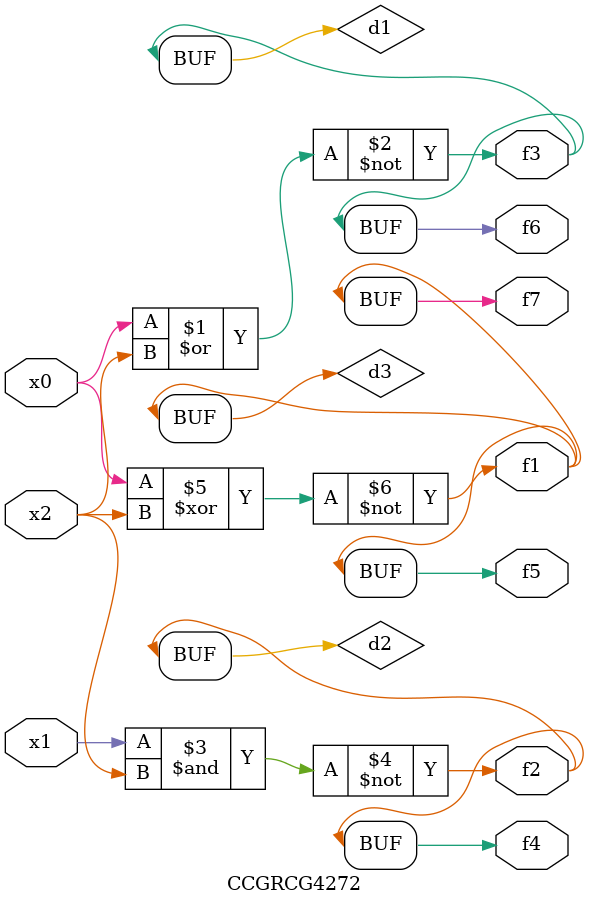
<source format=v>
module CCGRCG4272(
	input x0, x1, x2,
	output f1, f2, f3, f4, f5, f6, f7
);

	wire d1, d2, d3;

	nor (d1, x0, x2);
	nand (d2, x1, x2);
	xnor (d3, x0, x2);
	assign f1 = d3;
	assign f2 = d2;
	assign f3 = d1;
	assign f4 = d2;
	assign f5 = d3;
	assign f6 = d1;
	assign f7 = d3;
endmodule

</source>
